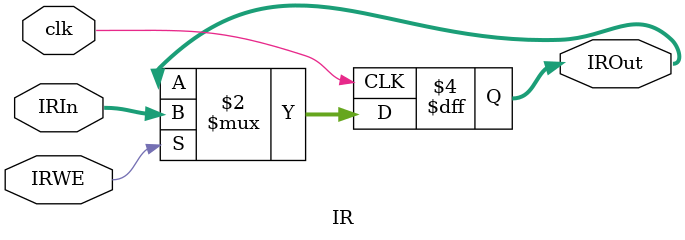
<source format=v>
`timescale 1ns / 1ps
module IR(
    input clk,
    input IRWE,
    input [31:0] IRIn,
    output reg [31:0] IROut
    );
    
    always@(posedge clk) begin
        if (IRWE) begin
            IROut <= IRIn;
        end
    end
endmodule

</source>
